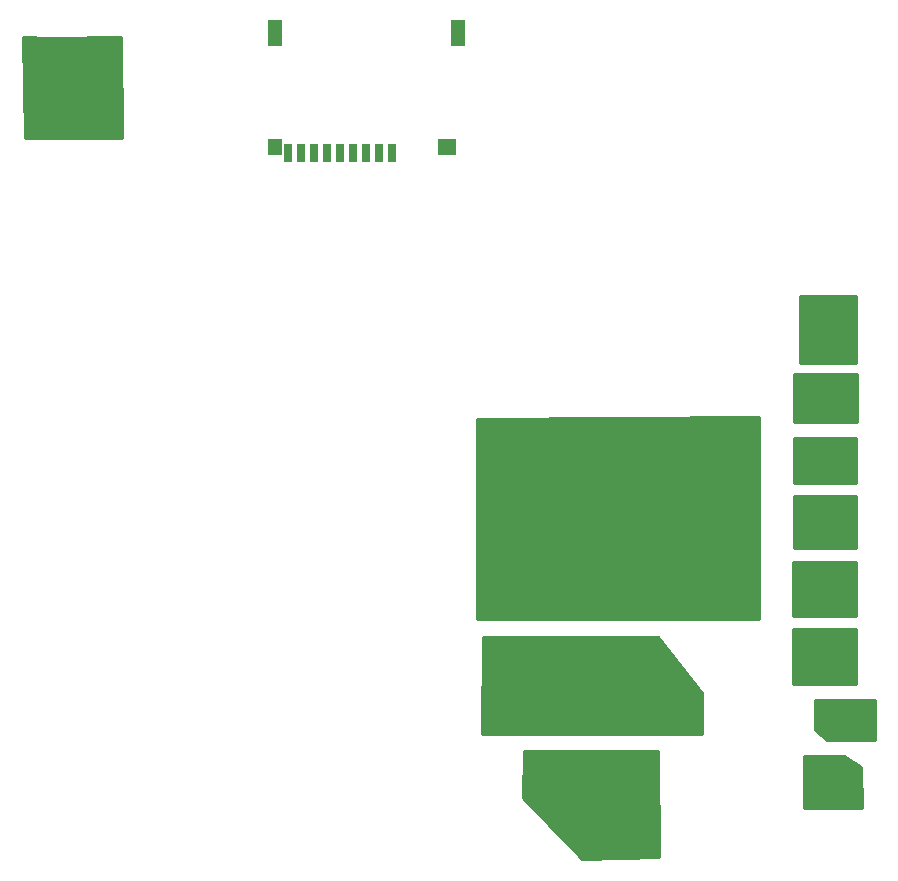
<source format=gbp>
G04 #@! TF.GenerationSoftware,KiCad,Pcbnew,5.0.2-bee76a0~70~ubuntu18.04.1*
G04 #@! TF.CreationDate,2019-05-30T11:23:19+09:00*
G04 #@! TF.ProjectId,MRR_ESPE,4d52525f-4553-4504-952e-6b696361645f,v0.1*
G04 #@! TF.SameCoordinates,Original*
G04 #@! TF.FileFunction,Paste,Bot*
G04 #@! TF.FilePolarity,Positive*
%FSLAX46Y46*%
G04 Gerber Fmt 4.6, Leading zero omitted, Abs format (unit mm)*
G04 Created by KiCad (PCBNEW 5.0.2-bee76a0~70~ubuntu18.04.1) date Thu 30 May 2019 11:23:19 AM JST*
%MOMM*%
%LPD*%
G01*
G04 APERTURE LIST*
%ADD10R,0.700000X1.600000*%
%ADD11R,1.200000X1.400000*%
%ADD12R,1.600000X1.400000*%
%ADD13R,1.200000X2.200000*%
%ADD14C,0.254000*%
G04 APERTURE END LIST*
D10*
G04 #@! TO.C,J4*
X98175000Y-51675000D03*
X99275000Y-51675000D03*
X100375000Y-51675000D03*
X97075000Y-51675000D03*
X95975000Y-51675000D03*
X94875000Y-51675000D03*
X92675000Y-51675000D03*
X93775000Y-51675000D03*
X91575000Y-51675000D03*
D11*
X90425000Y-51175000D03*
D12*
X105025000Y-51175000D03*
D13*
X90425000Y-41575000D03*
X105925000Y-41575000D03*
G04 #@! TD*
D14*
G36*
X122864499Y-102336783D02*
X122971503Y-111334901D01*
X116442765Y-111432199D01*
X111428629Y-106290001D01*
X111553078Y-102317213D01*
X122864499Y-102336783D01*
X122864499Y-102336783D01*
G37*
X122864499Y-102336783D02*
X122971503Y-111334901D01*
X116442765Y-111432199D01*
X111428629Y-106290001D01*
X111553078Y-102317213D01*
X122864499Y-102336783D01*
G36*
X71490972Y-41936346D02*
X71494123Y-41936369D01*
X77397357Y-41907000D01*
X77455621Y-50462067D01*
X69277929Y-50442666D01*
X69103166Y-41888969D01*
X71490972Y-41936346D01*
X71490972Y-41936346D01*
G37*
X71490972Y-41936346D02*
X71494123Y-41936369D01*
X77397357Y-41907000D01*
X77455621Y-50462067D01*
X69277929Y-50442666D01*
X69103166Y-41888969D01*
X71490972Y-41936346D01*
G36*
X131423000Y-91143210D02*
X107567000Y-91182789D01*
X107567000Y-74236003D01*
X131423000Y-74048005D01*
X131423000Y-91143210D01*
X131423000Y-91143210D01*
G37*
X131423000Y-91143210D02*
X107567000Y-91182789D01*
X107567000Y-74236003D01*
X131423000Y-74048005D01*
X131423000Y-91143210D01*
G36*
X126603000Y-97383677D02*
X126603000Y-100922798D01*
X108007748Y-100893203D01*
X108056255Y-92647000D01*
X122907999Y-92647000D01*
X126603000Y-97383677D01*
X126603000Y-97383677D01*
G37*
X126603000Y-97383677D02*
X126603000Y-100922798D01*
X108007748Y-100893203D01*
X108056255Y-92647000D01*
X122907999Y-92647000D01*
X126603000Y-97383677D01*
G36*
X139623000Y-90923000D02*
X134327000Y-90923000D01*
X134327000Y-86327000D01*
X139623000Y-86327000D01*
X139623000Y-90923000D01*
X139623000Y-90923000D01*
G37*
X139623000Y-90923000D02*
X134327000Y-90923000D01*
X134327000Y-86327000D01*
X139623000Y-86327000D01*
X139623000Y-90923000D01*
G36*
X139673000Y-96673000D02*
X134277000Y-96673000D01*
X134277000Y-91977000D01*
X139673000Y-91977000D01*
X139673000Y-96673000D01*
X139673000Y-96673000D01*
G37*
X139673000Y-96673000D02*
X134277000Y-96673000D01*
X134277000Y-91977000D01*
X139673000Y-91977000D01*
X139673000Y-96673000D01*
G36*
X139673000Y-85123000D02*
X134425642Y-85123000D01*
X134378373Y-80727000D01*
X139673000Y-80727000D01*
X139673000Y-85123000D01*
X139673000Y-85123000D01*
G37*
X139673000Y-85123000D02*
X134425642Y-85123000D01*
X134378373Y-80727000D01*
X139673000Y-80727000D01*
X139673000Y-85123000D01*
G36*
X139673000Y-79673000D02*
X134425461Y-79673000D01*
X134378559Y-75827000D01*
X139673000Y-75827000D01*
X139673000Y-79673000D01*
X139673000Y-79673000D01*
G37*
X139673000Y-79673000D02*
X134425461Y-79673000D01*
X134378559Y-75827000D01*
X139673000Y-75827000D01*
X139673000Y-79673000D01*
G36*
X139723000Y-74473000D02*
X134378485Y-74473000D01*
X134425531Y-70427000D01*
X139723000Y-70427000D01*
X139723000Y-74473000D01*
X139723000Y-74473000D01*
G37*
X139723000Y-74473000D02*
X134378485Y-74473000D01*
X134425531Y-70427000D01*
X139723000Y-70427000D01*
X139723000Y-74473000D01*
G36*
X139673000Y-69473000D02*
X134927000Y-69473000D01*
X134927000Y-63777000D01*
X139673000Y-63777000D01*
X139673000Y-69473000D01*
X139673000Y-69473000D01*
G37*
X139673000Y-69473000D02*
X134927000Y-69473000D01*
X134927000Y-63777000D01*
X139673000Y-63777000D01*
X139673000Y-69473000D01*
G36*
X141273000Y-98025818D02*
X141273000Y-101421515D01*
X137145607Y-101373522D01*
X136177000Y-100589412D01*
X136177000Y-97978192D01*
X141273000Y-98025818D01*
X141273000Y-98025818D01*
G37*
X141273000Y-98025818D02*
X141273000Y-101421515D01*
X137145607Y-101373522D01*
X136177000Y-100589412D01*
X136177000Y-97978192D01*
X141273000Y-98025818D01*
G36*
X140073940Y-103718595D02*
X140121224Y-107123000D01*
X135277000Y-107123000D01*
X135277000Y-102777000D01*
X138661548Y-102777000D01*
X140073940Y-103718595D01*
X140073940Y-103718595D01*
G37*
X140073940Y-103718595D02*
X140121224Y-107123000D01*
X135277000Y-107123000D01*
X135277000Y-102777000D01*
X138661548Y-102777000D01*
X140073940Y-103718595D01*
M02*

</source>
